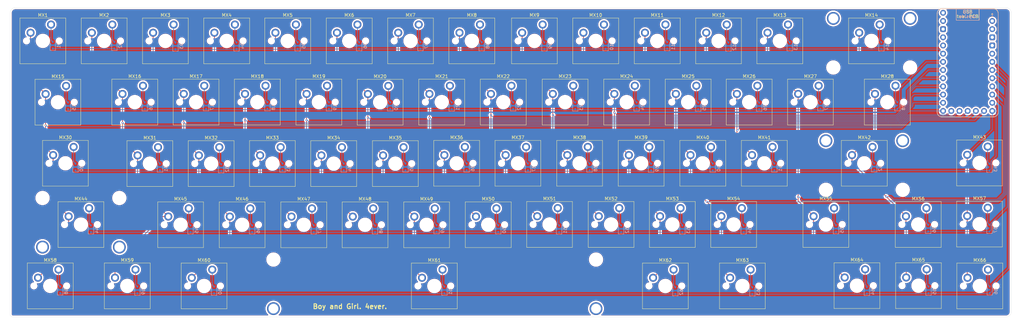
<source format=kicad_pcb>
(kicad_pcb (version 20241229) (generator "pcbnew") (generator_version "9.0")
  (layers (0 "F.Cu" signal) (2 "B.Cu" signal) (13 "F.Paste" user) (15 "B.Paste" user) (5 "F.SilkS" user "F.Silkscreen") (7 "B.SilkS" user "B.Silkscreen") (1 "F.Mask" user) (3 "B.Mask" user) (25 "Edge.Cuts" user))
  (net 0 "")
  (net 1 "Net-(D1-A)")
  (net 2 "ROW0")
  (net 3 "Net-(D2-A)")
  (net 4 "Net-(D3-A)")
  (net 5 "Net-(D4-A)")
  (net 6 "Net-(D5-A)")
  (net 7 "Net-(D6-A)")
  (net 8 "Net-(D7-A)")
  (net 9 "Net-(D8-A)")
  (net 10 "Net-(D9-A)")
  (net 11 "Net-(D10-A)")
  (net 12 "Net-(D11-A)")
  (net 13 "Net-(D12-A)")
  (net 14 "Net-(D13-A)")
  (net 15 "Net-(D14-A)")
  (net 16 "Net-(D15-A)")
  (net 17 "ROW1")
  (net 18 "Net-(D16-A)")
  (net 19 "Net-(D17-A)")
  (net 20 "Net-(D18-A)")
  (net 21 "Net-(D19-A)")
  (net 22 "Net-(D20-A)")
  (net 23 "Net-(D21-A)")
  (net 24 "Net-(D22-A)")
  (net 25 "Net-(D23-A)")
  (net 26 "Net-(D24-A)")
  (net 27 "Net-(D25-A)")
  (net 28 "Net-(D26-A)")
  (net 29 "Net-(D27-A)")
  (net 30 "Net-(D28-A)")
  (net 31 "ROW2")
  (net 32 "Net-(D30-A)")
  (net 33 "Net-(D31-A)")
  (net 34 "Net-(D32-A)")
  (net 35 "Net-(D33-A)")
  (net 36 "Net-(D34-A)")
  (net 37 "Net-(D35-A)")
  (net 38 "Net-(D36-A)")
  (net 39 "Net-(D37-A)")
  (net 40 "Net-(D38-A)")
  (net 41 "Net-(D39-A)")
  (net 42 "Net-(D40-A)")
  (net 43 "Net-(D41-A)")
  (net 44 "Net-(D42-A)")
  (net 45 "Net-(D43-A)")
  (net 46 "ROW3")
  (net 47 "Net-(D44-A)")
  (net 48 "Net-(D45-A)")
  (net 49 "Net-(D46-A)")
  (net 50 "Net-(D47-A)")
  (net 51 "Net-(D48-A)")
  (net 52 "Net-(D49-A)")
  (net 53 "Net-(D50-A)")
  (net 54 "Net-(D51-A)")
  (net 55 "Net-(D52-A)")
  (net 56 "Net-(D53-A)")
  (net 57 "Net-(D54-A)")
  (net 58 "Net-(D55-A)")
  (net 59 "Net-(D56-A)")
  (net 60 "Net-(D57-A)")
  (net 61 "ROW4")
  (net 62 "Net-(D58-A)")
  (net 63 "Net-(D59-A)")
  (net 64 "Net-(D60-A)")
  (net 65 "Net-(D61-A)")
  (net 66 "Net-(D62-A)")
  (net 67 "Net-(D63-A)")
  (net 68 "Net-(D64-A)")
  (net 69 "Net-(D65-A)")
  (net 70 "Net-(D66-A)")
  (net 79 "COL0")
  (net 80 "COL1")
  (net 81 "COL2")
  (net 82 "COL3")
  (net 83 "COL4")
  (net 84 "COL5")
  (net 85 "COL6")
  (net 86 "COL7")
  (net 87 "COL8")
  (net 88 "COL9")
  (net 89 "COL10")
  (net 90 "COL11")
  (net 91 "COL12")
  (net 92 "COL13")
  (net 93 "COL14")
  (footprint "PCM_Switch_Keyboard_Cherry_MX:SW_Cherry_MX_PCB_1.00u" (layer "F.Cu") (at 176.5 63.5)
    (property "Reference" "MX7")
    (property "Value" "MX_SW_HS")
  )
  (footprint "PCM_Switch_Keyboard_Cherry_MX:SW_Cherry_MX_PCB_1.00u" (layer "F.Cu") (at 248 101.5)
    (property "Reference" "MX39")
    (property "Value" "MX_SW_HS")
  )
  (footprint "PCM_Switch_Keyboard_Cherry_MX:SW_Cherry_MX_PCB_1.00u" (layer "F.Cu") (at 148.08 82.5)
    (property "Reference" "MX19")
    (property "Value" "MX_SW_HS")
  )
  (footprint "PCM_Switch_Keyboard_Cherry_MX:SW_Cherry_MX_PCB_1.50u" (layer "F.Cu") (at 67.17 82.54)
    (property "Reference" "MX15")
    (property "Value" "MX_SW_HS")
  )
  (footprint "PCM_Switch_Keyboard_Cherry_MX:SW_Cherry_MX_PCB_1.00u" (layer "F.Cu") (at 262.58 82.5)
    (property "Reference" "MX25")
    (property "Value" "MX_SW_HS")
  )
  (footprint "PCM_Switch_Keyboard_Cherry_MX:SW_Cherry_MX_PCB_1.00u" (layer "F.Cu") (at 243.5 82.5)
    (property "Reference" "MX24")
    (property "Value" "MX_SW_HS")
  )
  (footprint "PCM_Switch_Keyboard_Cherry_MX:SW_Cherry_MX_PCB_1.00u" (layer "F.Cu") (at 81.5 63.5)
    (property "Reference" "MX2")
    (property "Value" "MX_SW_HS")
  )
  (footprint "PCM_Switch_Keyboard_Cherry_MX:SW_Cherry_MX_PCB_1.00u" (layer "F.Cu") (at 281.5 82.5)
    (property "Reference" "MX26")
    (property "Value" "MX_SW_HS")
  )
  (footprint "PCM_Switch_Keyboard_Cherry_MX:SW_Cherry_MX_PCB_1.25u" (layer "F.Cu") (at 255.52 139.6)
    (property "Reference" "MX62")
    (property "Value" "MX_SW_HS")
  )
  (footprint "PCM_Switch_Keyboard_Cherry_MX:SW_Cherry_MX_PCB_1.00u" (layer "F.Cu") (at 171.8 101.6)
    (property "Reference" "MX35")
    (property "Value" "MX_SW_HS")
  )
  (footprint "PCM_Switch_Keyboard_Cherry_MX:SW_Cherry_MX_PCB_1.00u" (layer "F.Cu") (at 205.25 82.5)
    (property "Reference" "MX22")
    (property "Value" "MX_SW_HS")
  )
  (footprint "PCM_Switch_Keyboard_Cherry_MX:SW_Cherry_MX_PCB_1.00u" (layer "F.Cu") (at 62.5 63.5)
    (property "Reference" "MX1")
    (property "Value" "MX_SW_HS")
  )
  (footprint "PCM_Switch_Keyboard_Cherry_MX:SW_Cherry_MX_PCB_1.00u" (layer "F.Cu") (at 209.8 101.5)
    (property "Reference" "MX37")
    (property "Value" "MX_SW_HS")
  )
  (footprint "PCM_Switch_Keyboard_Cherry_MX:SW_Cherry_MX_PCB_1.00u" (layer "F.Cu") (at 100.5 63.5)
    (property "Reference" "MX3")
    (property "Value" "MX_SW_HS")
  )
  (footprint "PCM_Switch_Keyboard_Cherry_MX:SW_Cherry_MX_PCB_1.00u" (layer "F.Cu") (at 291 63.5)
    (property "Reference" "MX13")
    (property "Value" "MX_SW_HS")
  )
  (footprint "PCM_Switch_Keyboard_Cherry_MX:SW_Cherry_MX_PCB_1.00u" (layer "F.Cu") (at 352.92 120.4)
    (property "Reference" "MX57")
    (property "Value" "MX_SW_HS")
  )
  (footprint "PCM_Switch_Keyboard_Cherry_MX:SW_Cherry_MX_PCB_1.00u" (layer "F.Cu") (at 238.68 120.5)
    (property "Reference" "MX52")
    (property "Value" "MX_SW_HS")
  )
  (footprint "PCM_Switch_Keyboard_Cherry_MX:SW_Cherry_MX_PCB_1.00u" (layer "F.Cu") (at 186.17 82.5)
    (property "Reference" "MX21")
    (property "Value" "MX_SW_HS")
  )
  (footprint "PCM_Switch_Keyboard_Cherry_MX:SW_Cherry_MX_PCB_1.00u" (layer "F.Cu") (at 181.48 120.6)
    (property "Reference" "MX49")
    (property "Value" "MX_SW_HS")
  )
  (footprint "PCM_Switch_Keyboard_Cherry_MX:SW_Cherry_MX_PCB_1.00u" (layer "F.Cu") (at 162.4 120.6)
    (property "Reference" "MX48")
    (property "Value" "MX_SW_HS")
  )
  (footprint "PCM_Switch_Keyboard_Cherry_MX:SW_Cherry_MX_PCB_1.00u" (layer "F.Cu") (at 334 139.5)
    (property "Reference" "MX65")
    (property "Value" "MX_SW_HS")
  )
  (footprint "PCM_Switch_Keyboard_Cherry_MX:SW_Cherry_MX_PCB_1.00u" (layer "F.Cu") (at 119.5 63.5)
    (property "Reference" "MX4")
    (property "Value" "MX_SW_HS")
  )
  (footprint "PCM_Switch_Keyboard_Cherry_MX:SW_Cherry_MX_PCB_1.00u" (layer "F.Cu") (at 133.68 101.58)
    (property "Reference" "MX33")
    (property "Value" "MX_SW_HS")
  )
  (footprint "PCM_marbastlib-mx:STAB_MX_P_2.25u" (layer "F.Cu") (at 74.31 120.54 180)
    (property "Reference" "S2" (hide yes))
    (property "Value" "MX_stab")
  )
  (footprint "PCM_Switch_Keyboard_Cherry_MX:SW_Cherry_MX_PCB_1.00u" (layer "F.Cu") (at 257.68 120.5)
    (property "Reference" "MX53")
    (property "Value" "MX_SW_HS")
  )
  (footprint "PCM_Switch_Keyboard_Cherry_MX:SW_Cherry_MX_PCB_1.00u" (layer "F.Cu") (at 224.42 82.5)
    (property "Reference" "MX23")
    (property "Value" "MX_SW_HS")
  )
  (footprint "PCM_Switch_Keyboard_Cherry_MX:SW_Cherry_MX_PCB_1.00u" (layer "F.Cu") (at 110 82.5)
    (property "Reference" "MX17")
    (property "Value" "MX_SW_HS")
  )
  (footprint "PCM_Switch_Keyboard_Cherry_MX:SW_Cherry_MX_PCB_1.00u" (layer "F.Cu") (at 105.2 120.58)
    (property "Reference" "MX45")
    (property "Value" "MX_SW_HS")
  )
  (footprint "PCM_Switch_Keyboard_Cherry_MX:SW_Cherry_MX_PCB_1.00u" (layer "F.Cu") (at 333.92 120.5)
    (property "Reference" "MX56")
    (property "Value" "MX_SW_HS")
  )
  (footprint "PCM_Switch_Keyboard_Cherry_MX:SW_Cherry_MX_PCB_1.00u" (layer "F.Cu") (at 219.6 120.5)
    (property "Reference" "MX51")
    (property "Value" "MX_SW_HS")
  )
  (footprint "PCM_Switch_Keyboard_Cherry_MX:SW_Cherry_MX_PCB_1.00u" (layer "F.Cu") (at 138.42 63.5)
    (property "Reference" "MX5")
    (property "Value" "MX_SW_HS")
  )
  (footprint "PCM_marbastlib-mx:STAB_MX_P_6.25u" (layer "F.Cu") (at 184.00625 139.655 180)
    (property "Reference" "S1" (hide yes))
    (property "Value" "MX_stab")
  )
  (footprint "PCM_Switch_Keyboard_Cherry_MX:SW_Cherry_MX_PCB_2.25u" (layer "F.Cu") (at 317.2 101.5)
    (property "Reference" "MX42")
    (property "Value" "MX_SW_HS")
  )
  (footprint "PCM_Switch_Keyboard_Cherry_MX:SW_Cherry_MX_PCB_1.25u" (layer "F.Cu") (at 112.48 139.6)
    (property "Reference" "MX60")
    (property "Value" "MX_SW_HS")
  )
  (footprint "PCM_Switch_Keyboard_Cherry_MX:SW_Cherry_MX_PCB_1.00u" (layer "F.Cu") (at 253 63.5)
    (property "Reference" "MX11")
    (property "Value" "MX_SW_HS")
  )
  (footprint "PCM_Switch_Keyboard_Cherry_MX:SW_Cherry_MX_PCB_1.00u" (layer "F.Cu") (at 152.68 101.6)
    (property "Reference" "MX34")
    (property "Value" "MX_SW_HS")
  )
  (footprint "PCM_Switch_Keyboard_Cherry_MX:SW_Cherry_MX_PCB_1.00u" (layer "F.Cu") (at 214.92 63.5)
    (property "Reference" "MX9")
    (property "Value" "MX_SW_HS")
  )
  (footprint "PCM_Switch_Keyboard_Cherry_MX:SW_Cherry_MX_PCB_1.00u" (layer "F.Cu") (at 352.92 101.4)
    (property "Reference" "MX43")
    (property "Value" "MX_SW_HS")
  )
  (footprint "PCM_Switch_Keyboard_Cherry_MX:SW_Cherry_MX_PCB_1.50u" (layer "F.Cu") (at 324.33 82.5)
    (property "Reference" "MX28")
    (property "Value" "MX_SW_HS")
  )
  (footprint "PCM_Switch_Keyboard_Cherry_MX:SW_Cherry_MX_PCB_1.25u" (layer "F.Cu") (at 279.4 139.6)
    (property "Reference" "MX63")
    (property "Value" "MX_SW_HS")
  )
  (footprint "PCM_Switch_Keyboard_Cherry_MX:SW_Cherry_MX_PCB_1.00u" (layer "F.Cu") (at 157.5 63.5)
    (property "Reference" "MX6")
    (property "Value" "MX_SW_HS")
  )
  (footprint "PCM_Switch_Keyboard_Cherry_MX:SW_Cherry_MX_PCB_1.00u" (layer "F.Cu") (at 190.8 101.5)
    (property "Reference" "MX36")
    (property "Value" "MX_SW_HS")
  )
  (footprint "PCM_Switch_Keyboard_Cherry_MX:SW_Cherry_MX_PCB_1.00u" (layer "F.Cu") (at 167.08 82.54)
    (property "Reference" "MX20")
    (property "Value" "MX_SW_HS")
  )
  (footprint "PCM_Switch_Keyboard_Cherry_MX:SW_Cherry_MX_PCB_1.75u" (layer "F.Cu") (at 69.5 101.5)
    (property "Reference" "MX30")
    (property "Value" "MX_SW_HS")
  )
  (footprint "PCM_Switch_Keyboard_Cherry_MX:SW_Cherry_MX_PCB_2.00u" (layer "F.Cu") (at 319.42 63.5)
    (property "Reference" "MX14")
    (property "Value" "MX_SW_HS")
  )
  (footprint "PCM_marbastlib-mx:STAB_MX_P_2.25u" (layer "F.Cu") (at 317.2 101.485)
    (property "Reference" "S5" (hide yes))
    (property "Value" "MX_stab")
  )
  (footprint "PCM_Switch_Keyboard_Cherry_MX:SW_Cherry_MX_PCB_1.00u" (layer "F.Cu") (at 95.68 101.6)
    (property "Reference" "MX31")
    (property "Value" "MX_SW_HS")
  )
  (footprint "PCM_Switch_Keyboard_Cherry_MX:SW_Cherry_MX_PCB_1.25u" (layer "F.Cu") (at 88.68 139.58)
    (property "Reference" "MX59")
    (property "Value" "MX_SW_HS")
  )
  (footprint "PCM_Switch_Keyboard_Cherry_MX:SW_Cherry_MX_PCB_1.00u" (layer "F.Cu") (at 228.92 101.5)
    (property "Reference" "MX38")
    (property "Value" "MX_SW_HS")
  )
  (footprint "PCM_Switch_Keyboard_Cherry_MX:SW_Cherry_MX_PCB_1.00u" (layer "F.Cu") (at 353 139.6)
    (property "Reference" "MX66")
    (property "Value" "MX_SW_HS")
  )
  (footprint "PCM_Switch_Keyboard_Cherry_MX:SW_Cherry_MX_PCB_1.00u" (layer "F.Cu") (at 286.2 101.5)
    (property "Reference" "MX41")
    (property "Value" "MX_SW_HS")
  )
  (footprint "PCM_marbastlib-mx:STAB_MX_P_2u" (layer "F.Cu") (at 319.5 63.5)
    (property "Reference" "S3" (hide yes))
    (property "Value" "MX_stab")
  )
  (footprint "PCM_Switch_Keyboard_Cherry_MX:SW_Cherry_MX_PCB_6.25u" (layer "F.Cu") (at 183.88 139.6)
    (property "Reference" "MX61")
    (property "Value" "MX_SW_HS")
  )
  (footprint "PCM_Switch_Keyboard_Cherry_MX:SW_Cherry_MX_PCB_1.00u" (layer "F.Cu") (at 114.68 101.6)
    (property "Reference" "MX32")
    (property "Value" "MX_SW_HS")
  )
  (footprint "PCM_Switch_Keyboard_Cherry_MX:SW_Cherry_MX_PCB_1.00u" (layer "F.Cu") (at 91 82.5)
    (property "Reference" "MX16")
    (property "Value" "MX_SW_HS")
  )
  (footprint "PCM_Switch_Keyboard_Cherry_MX:SW_Cherry_MX_PCB_2.25u" (layer "F.Cu") (at 74.31 120.54)
    (property "Reference" "MX44")
    (property "Value" "MX_SW_HS")
  )
  (footprint "PCM_Switch_Keyboard_Cherry_MX:SW_Cherry_MX_PCB_1.00u" (layer "F.Cu") (at 129 82.5)
    (property "Reference" "MX18")
    (property "Value" "MX_SW_HS")
  )
  (footprint "PCM_Switch_Keyboard_Cherry_MX:SW_Cherry_MX_PCB_1.25u" (layer "F.Cu") (at 64.8 139.58)
    (property "Reference" "MX58")
    (property "Value" "MX_SW_HS")
  )
  (footprint "PCM_Switch_Keyboard_Cherry_MX:SW_Cherry_MX_PCB_1.00u" (layer "F.Cu") (at 267.12 101.5)
    (property "Reference" "MX40")
    (property "Value" "MX_SW_HS")
  )
  (footprint "PCM_Switch_Keyboard_Cherry_MX:SW_Cherry_MX_PCB_1.00u" (layer "F.Cu") (at 276.68 120.5)
    (property "Reference" "MX54")
    (property "Value" "MX_SW_HS")
  )
  (footprint "PCM_Switch_Keyboard_Cherry_MX:SW_Cherry_MX_PCB_1.00u" (layer "F.Cu") (at 124.28 120.6)
    (property "Reference" "MX46")
    (property "Value" "MX_SW_HS")
  )
  (footprint "PCM_Switch_Keyboard_Cherry_MX:SW_Cherry_MX_PCB_1.00u" (layer "F.Cu") (at 300.5 82.5)
    (property "Reference" "MX27")
    (property "Value" "MX_SW_HS")
  )
  (footprint "PCM_Switch_Keyboard_Cherry_MX:SW_Cherry_MX_PCB_1.00u" (layer "F.Cu") (at 143.4 120.6)
    (property "Reference" "MX47")
    (property "Value" "MX_SW_HS")
  )
  (footprint "PCM_Switch_Keyboard_Cherry_MX:SW_Cherry_MX_PCB_1.00u" (layer "F.Cu") (at 233.92 63.5)
    (property "Reference" "MX10")
    (property "Value" "MX_SW_HS")
  )
  (footprint "PCM_Switch_Keyboard_Cherry_MX:SW_Cherry_MX_PCB_1.00u" (layer "F.Cu") (at 195.5 63.5)
    (property "Reference" "MX8")
    (property "Value" "MX_SW_HS")
  )
  (footprint "PCM_Switch_Keyboard_Cherry_MX:SW_Cherry_MX_PCB_1.00u" (layer "F.Cu") (at 200.6 120.58)
    (property "Reference" "MX50")
    (property "Value" "MX_SW_HS")
  )
  (footprint "PCM_Switch_Keyboard_Cherry_MX:SW_Cherry_MX_PCB_1.00u" (layer "F.Cu") (at 272 63.5)
    (property "Reference" "MX12")
    (property "Value" "MX_SW_HS")
  )
  (footprint "PCM_Switch_Keyboard_Cherry_MX:SW_Cherry_MX_PCB_1.00u" (layer "F.Cu") (at 314.92 139.5)
    (property "Reference" "MX64")
    (property "Value" "MX_SW_HS")
  )
  (footprint "PCM_Switch_Keyboard_Cherry_MX:SW_Cherry_MX_PCB_2.00u" (layer "F.Cu") (at 305.28 120.5)
    (property "Reference" "MX55")
    (property "Value" "MX_SW_HS")
  )
  (footprint "Diode_SMD:D_SOD-323" (layer "B.Cu") (at 117.8 102.85 90)
    (property "Reference" "D32")
    (property "Value" "D_Small")
  )
  (footprint "Diode_SMD:D_SOD-323" (layer "B.Cu") (at 251.1 102.675 90)
    (property "Reference" "D39")
    (property "Value" "D_Small")
  )
  (footprint "Diode_SMD:D_SOD-323" (layer "B.Cu") (at 170.2 83.625 90)
    (property "Reference" "D20")
    (property "Value" "D_Small")
  )
  (footprint "Diode_SMD:D_SOD-323" (layer "B.Cu") (at 187 140.85 90)
    (property "Reference" "D61")
    (property "Value" "D_Small")
  )
  (footprint "Diode_SMD:D_SOD-323" (layer "B.Cu") (at 232 102.65 90)
    (property "Reference" "D38")
    (property "Value" "D_Small")
  )
  (footprint "Diode_SMD:D_SOD-323" (layer "B.Cu") (at 72.6 102.65 90)
    (property "Reference" "D30")
    (property "Value" "D_Small")
  )
  (footprint "Diode_SMD:D_SOD-323" (layer "B.Cu") (at 222.575 121.8775 90)
    (property "Reference" "D51")
    (property "Value" "D_Small")
  )
  (footprint "Diode_SMD:D_SOD-323" (layer "B.Cu") (at 65.575 64.825 90)
    (property "Reference" "D1")
    (property "Value" "D_Small")
  )
  (footprint "Diode_SMD:D_SOD-323" (layer "B.Cu") (at 115.6 140.85 90)
    (property "Reference" "D60")
    (property "Value" "D_Small")
  )
  (footprint "Diode_SMD:D_SOD-323" (layer "B.Cu") (at 308.41 121.77 90)
    (property "Reference" "D55")
    (property "Value" "D_Small")
  )
  (footprint "Diode_SMD:D_SOD-323" (layer "B.Cu") (at 77.4 121.85 90)
    (property "Reference" "D44")
    (property "Value" "D_Small")
  )
  (footprint "Diode_SMD:D_SOD-323" (layer "B.Cu") (at 203.7 121.82 90)
    (property "Reference" "D50")
    (property "Value" "D_Small")
  )
  (footprint "Diode_SMD:D_SOD-323" (layer "B.Cu") (at 208.325 83.625 90)
    (property "Reference" "D22")
    (property "Value" "D_Small")
  )
  (footprint "Diode_SMD:D_SOD-323" (layer "B.Cu") (at 98.8 102.65 90)
    (property "Reference" "D31")
    (property "Value" "D_Small")
  )
  (footprint "Diode_SMD:D_SOD-323" (layer "B.Cu") (at 356 102.7 90)
    (property "Reference" "D43")
    (property "Value" "D_Small")
  )
  (footprint "Diode_SMD:D_SOD-323" (layer "B.Cu") (at 189.275 83.675 90)
    (property "Reference" "D21")
    (property "Value" "D_Small")
  )
  (footprint "PCM_marbastlib-xp-promicroish:Elite-C_AH_Reversible" (layer "B.Cu") (at 349.25 71.27875 180)
    (property "Reference" "J1" (hide yes))
    (property "Value" "Conn_02x12_Top_Bottom")
  )
  (footprint "Diode_SMD:D_SOD-323" (layer "B.Cu") (at 327.45 83.6 90)
    (property "Reference" "D28")
    (property "Value" "D_Small")
  )
  (footprint "Diode_SMD:D_SOD-323" (layer "B.Cu") (at 246.6 83.65 90)
    (property "Reference" "D24")
    (property "Value" "D_Small")
  )
  (footprint "Diode_SMD:D_SOD-323" (layer "B.Cu") (at 179.575 64.95 90)
    (property "Reference" "D7")
    (property "Value" "D_Small")
  )
  (footprint "Diode_SMD:D_SOD-323" (layer "B.Cu") (at 193.9 102.625 90)
    (property "Reference" "D36")
    (property "Value" "D_Small")
  )
  (footprint "Diode_SMD:D_SOD-323" (layer "B.Cu") (at 184.59 121.7575 90)
    (property "Reference" "D49")
    (property "Value" "D_Small")
  )
  (footprint "Diode_SMD:D_SOD-323" (layer "B.Cu") (at 146.5 121.85 90)
    (property "Reference" "D47")
    (property "Value" "D_Small")
  )
  (footprint "Diode_SMD:D_SOD-323" (layer "B.Cu") (at 356 121.65 90)
    (property "Reference" "D57")
    (property "Value" "D_Small")
  )
  (footprint "Diode_SMD:D_SOD-323" (layer "B.Cu") (at 127.4 121.85 90)
    (property "Reference" "D46")
    (property "Value" "D_Small")
  )
  (footprint "Diode_SMD:D_SOD-323" (layer "B.Cu") (at 174.925 102.625 90)
    (property "Reference" "D35")
    (property "Value" "D_Small")
  )
  (footprint "Diode_SMD:D_SOD-323" (layer "B.Cu") (at 265.7 83.725 90)
    (property "Reference" "D25")
    (property "Value" "D_Small")
  )
  (footprint "Diode_SMD:D_SOD-323" (layer "B.Cu") (at 165.5 121.85 90)
    (property "Reference" "D48")
    (property "Value" "D_Small")
  )
  (footprint "Diode_SMD:D_SOD-323" (layer "B.Cu") (at 122.55 65.025 90)
    (property "Reference" "D4")
    (property "Value" "D_Small")
  )
  (footprint "Diode_SMD:D_SOD-323" (layer "B.Cu") (at 317.99 140.95 90)
    (property "Reference" "D64")
    (property "Value" "D_Small")
  )
  (footprint "Diode_SMD:D_SOD-323" (layer "B.Cu") (at 91.8 140.85 90)
    (property "Reference" "D59")
    (property "Value" "D_Small")
  )
  (footprint "Diode_SMD:D_SOD-323" (layer "B.Cu") (at 289.3 102.625 90)
    (property "Reference" "D41")
    (property "Value" "D_Small")
  )
  (footprint "Diode_SMD:D_SOD-323" (layer "B.Cu") (at 155.8 102.65 90)
    (property "Reference" "D34")
    (property "Value" "D_Small")
  )
  (footprint "Diode_SMD:D_SOD-323" (layer "B.Cu") (at 67.875 140.8 90)
    (property "Reference" "D58")
    (property "Value" "D_Small")
  )
  (footprint "Diode_SMD:D_SOD-323" (layer "B.Cu") (at 337 121.65 90)
    (property "Reference" "D56")
    (property "Value" "D_Small")
  )
  (footprint "Diode_SMD:D_SOD-323" (layer "B.Cu") (at 258.6 141.05 90)
    (property "Reference" "D62")
    (property "Value" "D_Small")
  )
  (footprint "Diode_SMD:D_SOD-323" (layer "B.Cu") (at 70.3 83.675 90)
    (property "Reference" "D15")
    (property "Value" "D_Small")
  )
  (footprint "Diode_SMD:D_SOD-323" (layer "B.Cu") (at 320.275 102.55 90)
    (property "Reference" "D42")
    (property "Value" "D_Small")
  )
  (footprint "Diode_SMD:D_SOD-323" (layer "B.Cu") (at 356.1 140.8 90)
    (property "Reference" "D66")
    (property "Value" "D_Small")
  )
  (footprint "Diode_SMD:D_SOD-323" (layer "B.Cu") (at 275.05 65.05 90)
    (property "Reference" "D12")
    (property "Value" "D_Small")
  )
  (footprint "Diode_SMD:D_SOD-323" (layer "B.Cu") (at 270.2 102.65 90)
    (property "Reference" "D40")
    (property "Value" "D_Small")
  )
  (footprint "Diode_SMD:D_SOD-323" (layer "B.Cu") (at 227.575 83.65 90)
    (property "Reference" "D23")
    (property "Value" "D_Small")
  )
  (footprint "Diode_SMD:D_SOD-323" (layer "B.Cu") (at 141.5 65 90)
    (property "Reference" "D5")
    (property "Value" "D_Small")
  )
  (footprint "Diode_SMD:D_SOD-323" (layer "B.Cu") (at 151.2 83.625 90)
    (property "Reference" "D19")
    (property "Value" "D_Small")
  )
  (footprint "Diode_SMD:D_SOD-323" (layer "B.Cu") (at 256.075 64.925 90)
    (property "Reference" "D11")
    (property "Value" "D_Small")
  )
  (footprint "Diode_SMD:D_SOD-323" (layer "B.Cu") (at 284.6 83.725 90)
    (property "Reference" "D26")
    (property "Value" "D_Small")
  )
  (footprint "Diode_SMD:D_SOD-323" (layer "B.Cu") (at 103.6 65.05 90)
    (property "Reference" "D3")
    (property "Value" "D_Small")
  )
  (footprint "Diode_SMD:D_SOD-323" (layer "B.Cu") (at 260.78 121.8675 90)
    (property "Reference" "D53")
    (property "Value" "D_Small")
  )
  (footprint "Diode_SMD:D_SOD-323" (layer "B.Cu") (at 132.125 83.6 90)
    (property "Reference" "D18")
    (property "Value" "D_Small")
  )
  (footprint "Diode_SMD:D_SOD-323" (layer "B.Cu") (at 108.3 121.85 90)
    (property "Reference" "D45")
    (property "Value" "D_Small")
  )
  (footprint "Diode_SMD:D_SOD-323" (layer "B.Cu") (at 241.8 121.85 90)
    (property "Reference" "D52")
    (property "Value" "D_Small")
  )
  (footprint "Diode_SMD:D_SOD-323" (layer "B.Cu") (at 322.5 65 90)
    (property "Reference" "D14")
    (property "Value" "D_Small")
  )
  (footprint "Diode_SMD:D_SOD-323" (layer "B.Cu") (at 212.9 102.65 90)
    (property "Reference" "D37")
    (property "Value" "D_Small")
  )
  (footprint "Diode_SMD:D_SOD-323" (layer "B.Cu") (at 294.075 64.975 90)
    (property "Reference" "D13")
    (property "Value" "D_Small")
  )
  (footprint "Diode_SMD:D_SOD-323" (layer "B.Cu") (at 84.659071 64.85 90)
    (property "Reference" "D2")
    (property "Value" "D_Small")
  )
  (footprint "Diode_SMD:D_SOD-323" (layer "B.Cu") (at 160.575 64.975 90)
    (property "Reference" "D6")
    (property "Value" "D_Small")
  )
  (footprint "Diode_SMD:D_SOD-323" (layer "B.Cu") (at 198.575 64.975 90)
    (property "Reference" "D8")
    (property "Value" "D_Small")
  )
  (footprint "Diode_SMD:D_SOD-323" (layer "B.Cu") (at 303.6 83.6 90)
    (property "Reference" "D27")
    (property "Value" "D_Small")
  )
  (footprint "Diode_SMD:D_SOD-323" (layer "B.Cu") (at 337.1 140.85 90)
    (property "Reference" "D65")
    (property "Value" "D_Small")
  )
  (footprint "Diode_SMD:D_SOD-323" (layer "B.Cu") (at 218 65 90)
    (property "Reference" "D9")
    (property "Value" "D_Small")
  )
  (footprint "Diode_SMD:D_SOD-323" (layer "B.Cu") (at 282.475 141.0975 90)
    (property "Reference" "D63")
    (property "Value" "D_Small")
  )
  (footprint "Diode_SMD:D_SOD-323" (layer "B.Cu") (at 94.1 83.625 90)
    (property "Reference" "D16")
    (property "Value" "D_Small")
  )
  (footprint "Diode_SMD:D_SOD-323" (layer "B.Cu") (at 136.8 102.65 90)
    (property "Reference" "D33")
    (property "Value" "D_Small")
  )
  (footprint "Diode_SMD:D_SOD-323" (layer "B.Cu") (at 279.8 121.85 90)
    (property "Reference" "D54")
    (property "Value" "D_Small")
  )
  (footprint "Diode_SMD:D_SOD-323" (layer "B.Cu") (at 113.125 83.6 90)
    (property "Reference" "D17")
    (property "Value" "D_Small")
  )
  (footprint "Diode_SMD:D_SOD-323" (layer "B.Cu") (at 237 64.95 90)
    (property "Reference" "D10")
    (property "Value" "D_Small")
  )
  (gr_line (start 362.74375 147.6375) (end 362.74375 54.76875) (stroke (width 0.05)) (layer "Edge.Cuts"))
  (gr_line (start 361.15625 53.18125) (end 53.975 53.18125) (stroke (width 0.05)) (layer "Edge.Cuts"))
  (gr_line (start 53.18125 149.225) (end 361.15625 149.225) (stroke (width 0.05)) (layer "Edge.Cuts"))
  (gr_line (start 52.3875 54.76875) (end 52.3875 148.43125) (stroke (width 0.05)) (layer "Edge.Cuts"))
  (gr_arc (start 53.18125 149.225) (mid 52.619984 148.992516) (end 52.3875 148.43125) (stroke (width 0.05)) (layer "Edge.Cuts"))
  (gr_arc (start 362.74375 147.6375) (mid 362.278782 148.760032) (end 361.15625 149.225) (stroke (width 0.05)) (layer "Edge.Cuts"))
  (gr_arc (start 52.3875 54.76875) (mid 52.852468 53.646218) (end 53.975 53.18125) (stroke (width 0.05)) (layer "Edge.Cuts"))
  (gr_arc (start 361.15625 53.18125) (mid 362.278782 53.646218) (end 362.74375 54.76875) (stroke (width 0.05)) (layer "Edge.Cuts"))
  (gr_text "Boy and Girl. 4ever." (at 146.05 146.84375 0) (layer "F.SilkS") (effects (font (size 1.5 1.5) (thickness 0.3) (bold yes)) (justify left bottom)))
  (segment (start 65.04 63.24) (end 65.575 63.775) (width 0.2) (layer "B.Cu") (net 1))
  (segment (start 65.04 58.42) (end 65.04 63.24) (width 0.2) (layer "B.Cu") (net 1))
  (segment (start 322.5 66.05) (end 340.21125 66.05) (width 0.2) (layer "B.Cu") (net 2))
  (segment (start 65.825 65.875) (end 65.85 65.9) (width 0.2) (layer "B.Cu") (net 2))
  (segment (start 65.575 65.875) (end 65.825 65.875) (width 0.2) (layer "B.Cu") (net 2))
  (segment (start 340.21125 66.05) (end 341.63 67.46875) (width 0.2) (layer "B.Cu") (net 2))
  (segment (start 122.55 66.075) (end 141.475 66.075) (width 0.2) (layer "B.Cu") (net 2))
  (segment (start 141.475 66.075) (end 141.5 66.05) (width 0.2) (layer "B.Cu") (net 2))
  (segment (start 84.775 65.9) (end 84.975 66.1) (width 0.2) (layer "B.Cu") (net 2))
  (segment (start 122.525 66.1) (end 122.55 66.075) (width 0.2) (layer "B.Cu") (net 2))
  (segment (start 141.5 66.05) (end 141.525 66.025) (width 0.2) (layer "B.Cu") (net 2))
  (segment (start 84.659071 65.9) (end 84.775 65.9) (width 0.2) (layer "B.Cu") (net 2))
  (segment (start 84.975 66.1) (end 103.6 66.1) (width 0.2) (layer "B.Cu") (net 2))
  (segment (start 103.6 66.1) (end 122.525 66.1) (width 0.2) (layer "B.Cu") (net 2))
  (segment (start 322.475 66.025) (end 322.5 66.05) (width 0.2) (layer "B.Cu") (net 2))
  (segment (start 141.525 66.025) (end 294.075 66.025) (width 0.2) (layer "B.Cu") (net 2))
  (segment (start 65.85 65.9) (end 84.659071 65.9) (width 0.2) (layer "B.Cu") (net 2))
  (segment (start 294.075 66.025) (end 322.475 66.025) (width 0.2) (layer "B.Cu") (net 2))
  (segment (start 84.04 63.180929) (end 84.659071 63.8) (width 0.2) (layer "B.Cu") (net 3))
  (segment (start 84.04 58.42) (end 84.04 63.180929) (width 0.2) (layer "B.Cu") (net 3))
  (segment (start 103.04 63.44) (end 103.6 64) (width 0.2) (layer "B.Cu") (net 4))
  (segment (start 103.04 58.42) (end 103.04 63.44) (width 0.2) (layer "B.Cu") (net 4))
  (segment (start 122.04 58.42) (end 122.04 63.465) (width 0.2) (layer "B.Cu") (net 5))
  (segment (start 122.04 63.465) (end 122.55 63.975) (width 0.2) (layer "B.Cu") (net 5))
  (segment (start 140.96 63.41) (end 141.5 63.95) (width 0.2) (layer "B.Cu") (net 6))
  (segment (start 140.96 58.42) (end 140.96 63.41) (width 0.2) (layer "B.Cu") (net 6))
  (segment (start 160.04 58.42) (end 160.04 63.39) (width 0.2) (layer "B.Cu") (net 7))
  (segment (start 160.04 63.39) (end 160.575 63.925) (width 0.2) (layer "B.Cu") (net 7))
  (segment (start 179.04 63.365) (end 179.575 63.9) (width 0.2) (layer "B.Cu") (net 8))
  (segment (start 179.04 58.42) (end 179.04 63.365) (width 0.2) (layer "B.Cu") (net 8))
  (segment (start 198.04 63.39) (end 198.575 63.925) (width 0.2) (layer "B.Cu") (net 9))
  (segment (start 198.04 58.42) (end 198.04 63.39) (width 0.2) (layer "B.Cu") (net 9))
  (segment (start 217.46 63.41) (end 218 63.95) (width 0.2) (layer "B.Cu") (net 10))
  (segment (start 217.46 58.42) (end 217.46 63.41) (width 0.2) (layer "B.Cu") (net 10))
  (segment (start 236.46 58.42) (end 236.46 63.36) (width 0.2) (layer "B.Cu") (net 11))
  (segment (start 236.46 63.36) (end 237 63.9) (width 0.2) (layer "B.Cu") (net 11))
  (segment (start 255.54 58.42) (end 255.54 63.34) (width 0.2) (layer "B.Cu") (net 12))
  (segment (start 255.54 63.34) (end 256.075 63.875) (width 0.2) (layer "B.Cu") (net 12))
  (segment (start 274.54 63.49) (end 275.05 64) (width 0.2) (layer "B.Cu") (net 13))
  (segment (start 274.54 58.42) (end 274.54 63.49) (width 0.2) (layer "B.Cu") (net 13))
  (segment (start 293.54 63.39) (end 294.075 63.925) (width 0.2) (layer "B.Cu") (net 14))
  (segment (start 293.54 58.42) (end 293.54 63.39) (width 0.2) (layer "B.Cu") (net 14))
  (segment (start 321.96 63.41) (end 322.5 63.95) (width 0.2) (layer "B.Cu") (net 15))
  (segment (start 321.96 58.42) (end 321.96 63.41) (width 0.2) (layer "B.Cu") (net 15))
  (segment (start 69.71 82.035) (end 70.3 82.625) (width 0.2) (layer "B.Cu") (net 16))
  (segment (start 69.71 77.46) (end 69.71 82.035) (width 0.2) (layer "B.Cu") (net 16))
  (segment (start 246.6 84.7) (end 246.751 84.851) (width 0.2) (layer "B.Cu") (net 17))
  (segment (start 132.366 84.891) (end 169.984 84.891) (width 0.2) (layer "B.Cu") (net 17))
  (segment (start 334.9625 71.520946) (end 334.9625 71.4375) (width 0.2) (layer "B.Cu") (net 17))
  (segment (start 328.184 78.299446) (end 334.9625 71.520946) (width 0.2) (layer "B.Cu") (net 17))
  (segment (start 303.6 84.65) (end 303.801 84.851) (width 0.2) (layer "B.Cu") (net 17))
  (segment (start 70.3 84.725) (end 70.426 84.851) (width 0.2) (layer "B.Cu") (net 17))
  (segment (start 265.7 84.775) (end 265.775 84.85) (width 0.2) (layer "B.Cu") (net 17))
  (segment (start 303.801 84.851) (end 327.025 84.851) (width 0.2) (layer "B.Cu") (net 17))
  (segment (start 327.45 84.65) (end 328.184 83.916) (width 0.2) (layer "B.Cu") (net 17))
  (segment (start 189.099 84.851) (end 189.275 84.675) (width 0.2) (layer "B.Cu") (net 17))
  (segment (start 284.676 84.851) (end 303.399 84.851) (width 0.2) (layer "B.Cu") (net 17))
  (segment (start 208.05 84.851) (end 227.424 84.851) (width 0.2) (layer "B.Cu") (net 17))
  (segment (start 227.575 84.7) (end 227.726 84.851) (width 0.2) (layer "B.Cu") (net 17))
  (segment (start 131.924 84.851) (end 132.125 84.65) (width 0.2) (layer "B.Cu") (net 17))
  (segment (start 208.149 84.851) (end 208.325 84.675) (width 0.2) (layer "B.Cu") (net 17))
  (segment (start 336.39125 70.00875) (end 341.63 70.00875) (width 0.2) (layer "B.Cu") (net 17))
  (segment (start 70.426 84.851) (end 131.924 84.851) (width 0.2) (layer "B.Cu") (net 17))
  (segment (start 327.025 84.851) (end 327.249 84.851) (width 0.2) (layer "B.Cu") (net 17))
  (segment (start 265.624 84.851) (end 265.7 84.775) (width 0.2) (layer "B.Cu") (net 17))
  (segment (start 227.424 84.851) (end 227.575 84.7) (width 0.2) (layer "B.Cu") (net 17))
  (segment (start 189.275 84.725) (end 189.401 84.851) (width 0.2) (layer "B.Cu") (net 17))
  (segment (start 265.775 84.85) (end 284.525 84.85) (width 0.2) (layer "B.Cu") (net 17))
  (segment (start 334.9625 71.4375) (end 336.39125 70.00875) (width 0.2) (layer "B.Cu") (net 17))
  (segment (start 189.401 84.851) (end 208.05 84.851) (width 0.2) (layer "B.Cu") (net 17))
  (segment (start 327.249 84.851) (end 327.45 84.65) (width 0.2) (layer "B.Cu") (net 17))
  (segment (start 303.399 84.851) (end 303.6 84.65) (width 0.2) (layer "B.Cu") (net 17))
  (segment (start 189.275 84.725) (end 189.149 84.851) (width 0.2) (layer "B.Cu") (net 17))
  (segment (start 189.149 84.851) (end 170.376 84.851) (width 0.2) (layer "B.Cu") (net 17))
  (segment (start 284.6 84.775) (end 284.676 84.851) (width 0.2) (layer "B.Cu") (net 17))
  (segment (start 170.376 84.851) (end 170.2 84.675) (width 0.2) (layer "B.Cu") (net 17))
  (segment (start 169.984 84.891) (end 170.2 84.675) (width 0.2) (layer "B.Cu") (net 17))
  (segment (start 246.449 84.851) (end 246.6 84.7) (width 0.2) (layer "B.Cu") (net 17))
  (segment (start 208.05 84.851) (end 208.149 84.851) (width 0.2) (layer "B.Cu") (net 17))
  (segment (start 227.726 84.851) (end 246.449 84.851) (width 0.2) (layer "B.Cu") (net 17))
  (segment (start 132.125 84.65) (end 132.366 84.891) (width 0.2) (layer "B.Cu") (net 17))
  (segment (start 246.751 84.851) (end 265.624 84.851) (width 0.2) (layer "B.Cu") (net 17))
  (segment (start 328.184 83.916) (end 328.184 78.299446) (width 0.2) (layer "B.Cu") (net 17))
  (segment (start 284.525 84.85) (end 284.6 84.775) (width 0.2) (layer "B.Cu") (net 17))
  (segment (start 93.54 82.015) (end 94.1 82.575) (width 0.2) (layer "B.Cu") (net 18))
  (segment (start 93.54 77.42) (end 93.54 82.015) (width 0.2) (layer "B.Cu") (net 18))
  (segment (start 112.54 77.42) (end 112.54 81.965) (width 0.2) (layer "B.Cu") (net 19))
  (segment (start 112.54 81.965) (end 113.125 82.55) (width 0.2) (layer "B.Cu") (net 19))
  (segment (start 131.54 77.42) (end 131.54 81.965) (width 0.2) (layer "B.Cu") (net 20))
  (segment (start 131.54 81.965) (end 132.125 82.55) (width 0.2) (layer "B.Cu") (net 20))
  (segment (start 150.62 77.42) (end 150.62 81.995) (width 0.2) (layer "B.Cu") (net 21))
  (segment (start 150.62 81.995) (end 151.2 82.575) (width 0.2) (layer "B.Cu") (net 21))
  (segment (start 169.62 77.46) (end 169.62 81.995) (width 0.2) (layer "B.Cu") (net 22))
  (segment (start 169.62 81.995) (end 170.2 82.575) (width 0.2) (layer "B.Cu") (net 22))
  (segment (start 188.71 77.42) (end 188.71 82.06) (width 0.2) (layer "B.Cu") (net 23))
  (segment (start 188.71 82.06) (end 189.275 82.625) (width 0.2) (layer "B.Cu") (net 23))
  (segment (start 207.79 81.99) (end 208.35 82.55) (width 0.2) (layer "B.Cu") (net 24))
  (segment (start 207.79 77.42) (end 207.79 81.99) (width 0.2) (layer "B.Cu") (net 24))
  (segment (start 226.96 82.21) (end 227.575 82.825) (width 0.2) (layer "B.Cu") (net 25))
  (segment (start 226.96 77.42) (end 226.96 82.21) (width 0.2) (layer "B.Cu") (net 25))
  (segment (start 246.04 82.04) (end 246.6 82.6) (width 0.2) (layer "B.Cu") (net 26))
  (segment (start 246.04 77.42) (end 246.04 82.04) (width 0.2) (layer "B.Cu") (net 26))
  (segment (start 265.12 82.095) (end 265.7 82.675) (width 0.2) (layer "B.Cu") (net 27))
  (segment (start 265.12 77.42) (end 265.12 82.095) (width 0.2) (layer "B.Cu") (net 27))
  (segment (start 284.04 77.42) (end 284.04 82.115) (width 0.2) (layer "B.Cu") (net 28))
  (segment (start 284.04 82.115) (end 284.6 82.675) (width 0.2) (layer "B.Cu") (net 28))
  (segment (start 303.04 77.42) (end 303.04 81.99) (width 0.2) (layer "B.Cu") (net 29))
  (segment (start 303.04 81.99) (end 303.6 82.55) (width 0.2) (layer "B.Cu") (net 29))
  (segment (start 326.87 77.42) (end 326.87 81.97) (width 0.2) (layer "B.Cu") (net 30))
  (segment (start 326.87 81.97) (end 327.45 82.55) (width 0.2) (layer "B.Cu") (net 30))
  (segment (start 356.526 100.809894) (end 358.071 99.264894) (width 0.2) (layer "B.Cu") (net 31))
  (segment (start 358.071 99.264894) (end 358.071 83.90975) (width 0.2) (layer "B.Cu") (net 31))
  (segment (start 358.071 83.90975) (end 356.87 82.70875) (width 0.2) (layer "B.Cu") (net 31))
  (segment (start 356 103.75) (end 320.425 103.75) (width 0.2) (layer "B.Cu") (net 31))
  (segment (start 320.425 103.75) (end 320.275 103.6) (width 0.2) (layer "B.Cu") (net 31))
  (segment (start 319.924 103.951) (end 72.851 103.951) (width 0.2) (layer "B.Cu") (net 31))
  (segment (start 72.851 103.951) (end 72.6 103.7) (width 0.2) (layer "B.Cu") (net 31))
  (segment (start 320.275 103.6) (end 319.924 103.951) (width 0.2) (layer "B.Cu") (net 31))
  (segment (start 356.526 103.224) (end 356.526 100.809894) (width 0.2) (layer "B.Cu") (net 31))
  (segment (start 356 103.75) (end 356.526 103.224) (width 0.2) (layer "B.Cu") (net 31))
  (segment (start 72.04 96.42) (end 72.04 101.04) (width 0.2) (layer "B.Cu") (net 32))
  (segment (start 72.04 101.04) (end 72.6 101.6) (width 0.2) (layer "B.Cu") (net 32))
  (segment (start 98.22 96.52) (end 98.22 101.02) (width 0.2) (layer "B.Cu") (net 33))
  (segment (start 98.22 101.02) (end 98.8 101.6) (width 0.2) (layer "B.Cu") (net 33))
  (segment (start 117.22 101.22) (end 117.8 101.8) (width 0.2) (layer "B.Cu") (net 34))
  (segment (start 117.22 96.52) (end 117.22 101.22) (width 0.2) (layer "B.Cu") (net 34))
  (segment (start 136.22 96.5) (end 136.22 101.02) (width 0.2) (layer "B.Cu") (net 35))
  (segment (start 136.22 101.02) (end 136.8 101.6) (width 0.2) (layer "B.Cu") (net 35))
  (segment (start 155.22 101.02) (end 155.8 101.6) (width 0.2) (layer "B.Cu") (net 36))
  (segment (start 155.22 96.52) (end 155.22 101.02) (width 0.2) (layer "B.Cu") (net 36))
  (segment (start 174.34 96.52) (end 174.34 100.99) (width 0.2) (layer "B.Cu") (net 37))
  (segment (start 174.34 100.99) (end 174.925 101.575) (width 0.2) (layer "B.Cu") (net 37))
  (segment (start 193.34 101.015) (end 193.9 101.575) (width 0.2) (layer "B.Cu") (net 38))
  (segment (start 193.34 96.42) (end 193.34 101.015) (width 0.2) (layer "B.Cu") (net 38))
  (segment (start 212.34 96.42) (end 212.34 101.04) (width 0.2) (layer "B.Cu") (net 39))
  (segment (start 212.34 101.04) (end 212.9 101.6) (width 0.2) (layer "B.Cu") (net 39))
  (segment (start 231.46 96.42) (end 231.46 101.06) (width 0.2) (layer "B.Cu") (net 40))
  (segment (start 231.46 101.06) (end 232 101.6) (width 0.2) (layer "B.Cu") (net 40))
  (segment (start 250.54 101.065) (end 251.1 101.625) (width 0.2) (layer "B.Cu") (net 41))
  (segment (start 250.54 96.42) (end 250.54 101.065) (width 0.2) (layer "B.Cu") (net 41))
  (segment (start 269.66 96.42) (end 269.66 101.06) (width 0.2) (layer "B.Cu") (net 42))
  (segment (start 269.66 101.06) (end 270.2 101.6) (width 0.2) (layer "B.Cu") (net 42))
  (segment (start 288.74 101.015) (end 289.3 101.575) (width 0.2) (layer "B.Cu") (net 43))
  (segment (start 288.74 96.42) (end 288.74 101.015) (width 0.2) (layer "B.Cu") (net 43))
  (segment (start 319.74 100.965) (end 320.275 101.5) (width 0.2) (layer "B.Cu") (net 44))
  (segment (start 319.74 96.42) (end 319.74 100.965) (width 0.2) (layer "B.Cu") (net 44))
  (segment (start 355.46 96.32) (end 355.46 101.11) (width 0.2) (layer "B.Cu") (net 45))
  (segment (start 355.46 101.11) (end 356 101.65) (width 0.2) (layer "B.Cu") (net 45))
  (segment (start 336.849 122.851) (end 337 122.7) (width 0.2) (layer "B.Cu") (net 46))
  (segment (start 356.87 72.54875) (end 358.29875 72.54875) (width 0.2) (layer "B.Cu") (net 46))
  (segment (start 361.549 115.117174) (end 361.549 75.799) (width 0.2) (layer "B.Cu") (net 46))
  (segment (start 77.431 122.931) (end 108.269 122.931) (width 0.2) (layer "B.Cu") (net 46))
  (segment (start 165.5 122.9) (end 165.551 122.951) (width 0.2) (layer "B.Cu") (net 46))
  (segment (start 165.551 122.951) (end 203.619 122.951) (width 0.2) (layer "B.Cu") (net 46))
  (segment (start 108.351 122.951) (end 165.449 122.951) (width 0.2) (layer "B.Cu") (net 46))
  (segment (start 337.051 122.751) (end 355.949 122.751) (width 0.2) (layer "B.Cu") (net 46))
  (segment (start 356 122.7) (end 356.526 122.174) (width 0.2) (layer "B.Cu") (net 46))
  (segment (start 308.4 122.7) (end 308.551 122.851) (width 0.2) (layer "B.Cu") (net 46))
  (segment (start 77.4 122.9) (end 77.451 122.951) (width 0.2) (layer "B.Cu") (net 46))
  (segment (start 165.449 122.951) (end 165.5 122.9) (width 0.2) (layer "B.Cu") (net 46))
  (segment (start 358.29875 72.54875) (end 361.549 75.799) (width 0.2) (layer "B.Cu") (net 46))
  (segment (start 355.949 122.751) (end 356 122.7) (width 0.2) (layer "B.Cu") (net 46))
  (segment (start 279.8 122.9) (end 308.33 122.9) (width 0.2) (layer "B.Cu") (net 46))
  (segment (start 241.749 122.951) (end 241.8 122.9) (width 0.2) (layer "B.Cu") (net 46))
  (segment (start 260.7625 122.9) (end 260.78 122.9175) (width 0.2) (layer "B.Cu") (net 46))
  (segment (start 356.526 120.140174) (end 361.549 115.117174) (width 0.2) (layer "B.Cu") (net 46))
  (segment (start 356.526 122.174) (end 356.526 120.140174) (width 0.2) (layer "B.Cu") (net 46))
  (segment (start 77.4 122.9) (end 77.431 122.931) (width 0.2) (layer "B.Cu") (net 46))
  (segment (start 337 122.7) (end 337.051 122.751) (width 0.2) (layer "B.Cu") (net 46))
  (segment (start 203.619 122.951) (end 203.7 122.87) (width 0.2) (layer "B.Cu") (net 46))
  (segment (start 108.3 122.9) (end 108.351 122.951) (width 0.2) (layer "B.Cu") (net 46))
  (segment (start 279.7825 122.9175) (end 279.8 122.9) (width 0.2) (layer "B.Cu") (net 46))
  (segment (start 308.33 122.9) (end 308.41 122.82) (width 0.2) (layer "B.Cu") (net 46))
  (segment (start 165.551 122.951) (end 241.749 122.951) (width 0.2) (layer "B.Cu") (net 46))
  (segment (start 108.269 122.931) (end 108.3 122.9) (width 0.2) (layer "B.Cu") (net 46))
  (segment (start 260.78 122.9175) (end 279.7825 122.9175) (width 0.2) (layer "B.Cu") (net 46))
  (segment (start 308.551 122.851) (end 336.849 122.851) (width 0.2) (layer "B.Cu") (net 46))
  (segment (start 241.8 122.9) (end 260.7625 122.9) (width 0.2) (layer "B.Cu") (net 46))
  (segment (start 308.149 122.951) (end 308.4 122.7) (width 0.2) (layer "B.Cu") (net 46))
  (segment (start 76.85 120.25) (end 77.4 120.8) (width 0.2) (layer "B.Cu") (net 47))
  (segment (start 76.85 115.46) (end 76.85 120.25) (width 0.2) (layer "B.Cu") (net 47))
  (segment (start 107.74 115.5) (end 107.74 120.24) (width 0.2) (layer "B.Cu") (net 48))
  (segment (start 107.74 120.24) (end 108.3 120.8) (width 0.2) (layer "B.Cu") (net 48))
  (segment (start 126.82 115.52) (end 126.82 120.22) (width 0.2) (layer "B.Cu") (net 49))
  (segment (start 126.82 120.22) (end 127.4 120.8) (width 0.2) (layer "B.Cu") (net 49))
  (segment (start 145.94 120.24) (end 146.5 120.8) (width 0.2) (layer "B.Cu") (net 50))
  (segment (start 145.94 115.52) (end 145.94 120.24) (width 0.2) (layer "B.Cu") (net 50))
  (segment (start 164.94 115.52) (end 164.94 120.24) (width 0.2) (layer "B.Cu") (net 51))
  (segment (start 164.94 120.24) (end 165.5 120.8) (width 0.2) (layer "B.Cu") (net 51))
  (segment (start 184.02 115.52) (end 184.02 120.1375) (width 0.2) (layer "B.Cu") (net 52))
  (segment (start 184.02 120.1375) (end 184.59 120.7075) (width 0.2) (layer "B.Cu") (net 52))
  (segment (start 203.14 120.21) (end 203.7 120.77) (width 0.2) (layer "B.Cu") (net 53))
  (segment (start 203.14 115.5) (end 203.14 120.21) (width 0.2) (layer "B.Cu") (net 53))
  (segment (start 222.14 115.42) (end 222.14 120.3925) (width 0.2) (layer "B.Cu") (net 54))
  (segment (start 222.14 120.3925) (end 222.575 120.8275) (width 0.2) (layer "B.Cu") (net 54))
  (segment (start 241.22 120.22) (end 241.8 120.8) (width 0.2) (layer "B.Cu") (net 55))
  (segment (start 241.22 115.42) (end 241.22 120.22) (width 0.2) (layer "B.Cu") (net 55))
  (segment (start 260.22 115.42) (end 260.22 120.02) (width 0.2) (layer "B.Cu") (net 56))
  (segment (start 260.22 120.02) (end 260.8 120.6) (width 0.2) (layer "B.Cu") (net 56))
  (segment (start 279.22 120.22) (end 279.8 120.8) (width 0.2) (layer "B.Cu") (net 57))
  (segment (start 279.22 115.42) (end 279.22 120.22) (width 0.2) (layer "B.Cu") (net 57))
  (segment (start 307.82 115.42) (end 307.82 120.02) (width 0.2) (layer "B.Cu") (net 58))
  (segment (start 307.82 120.02) (end 308.4 120.6) (width 0.2) (layer "B.Cu") (net 58))
  (segment (start 336.46 115.42) (end 336.46 120.06) (width 0.2) (layer "B.Cu") (net 59))
  (segment (start 336.46 120.06) (end 337 120.6) (width 0.2) (layer "B.Cu") (net 59))
  (segment (start 355.46 115.32) (end 355.46 120.06) (width 0.2) (layer "B.Cu") (net 60))
  (segment (start 355.46 120.06) (end 356 120.6) (width 0.2) (layer "B.Cu") (net 60))
  (segment (start 337 142) (end 337.1 141.9) (width 0.2) (layer "B.Cu") (net 61))
  (segment (start 317.99 142) (end 337 142) (width 0.2) (layer "B.Cu") (net 61))
  (segment (start 91.769 141.931) (end 91.8 141.9) (width 0.2) (layer "B.Cu") (net 61))
  (segment (start 186.949 141.951) (end 187 141.9) (width 0.2) (layer "B.Cu") (net 61))
  (segment (start 337.151 141.951) (end 355.999 141.951) (width 0.2) (layer "B.Cu") (net 61))
  (segment (start 258.6475 142.1475) (end 258.6 142.1) (width 0.2) (layer "B.Cu") (net 61))
  (segment (start 356.87 70.00875) (end 361.95 75.08875) (width 0.2) (layer "B.Cu") (net 61))
  (segment (start 356.854 141.096) (end 356.854 139.092174) (width 0.2) (layer "B.Cu") (net 61))
  (segment (start 356.1 141.85) (end 356.854 141.096) (width 0.2) (layer "B.Cu") (net 61))
  (segment (start 282.475 142.1475) (end 317.8425 142.1475) (width 0.2) (layer "B.Cu") (net 61))
  (segment (start 337.1 141.9) (end 337.151 141.951) (width 0.2) (layer "B.Cu") (net 61))
  (segment (start 67.875 141.85) (end 67.956 141.931) (width 0.2) (layer "B.Cu") (net 61))
  (segment (start 317.8425 142.1475) (end 317.99 142) (width 0.2) (layer "B.Cu") (net 61))
  (segment (start 91.851 141.951) (end 115.549 141.951) (width 0.2) (layer "B.Cu") (net 61))
  (segment (start 115.651 141.951) (end 186.949 141.951) (width 0.2) (layer "B.Cu") (net 61))
  (segment (start 115.6 141.9) (end 115.651 141.951) (width 0.2) (layer "B.Cu") (net 61))
  (segment (start 356.854 139.092174) (end 361.95 133.996174) (width 0.2) (layer "B.Cu") (net 61))
  (segment (start 187 141.9) (end 187.2 142.1) (width 0.2) (layer "B.Cu") (net 61))
  (segment (start 115.549 141.951) (end 115.6 141.9) (width 0.2) (layer "B.Cu") (net 61))
  (segment (start 355.999 141.951) (end 356.1 141.85) (width 0.2) (layer "B.Cu") (net 61))
  (segment (start 282.475 142.1475) (end 258.6475 142.1475) (width 0.2) (layer "B.Cu") (net 61))
  (segment (start 187.2 142.1) (end 258.6 142.1) (width 0.2) (layer "B.Cu") (net 61))
  (segment (start 91.8 141.9) (end 91.851 141.951) (width 0.2) (layer "B.Cu") (net 61))
  (segment (start 361.95 133.996174) (end 361.95 75.08875) (width 0.2) (layer "B.Cu") (net 61))
  (segment (start 67.956 141.931) (end 91.769 141.931) (width 0.2) (layer "B.Cu") (net 61))
  (segment (start 67.34 139.215) (end 67.875 139.75) (width 0.2) (layer "B.Cu") (net 62))
  (segment (start 67.34 134.5) (end 67.34 139.215) (width 0.2) (layer "B.Cu") (net 62))
  (segment (start 91.22 134.5) (end 91.22 139.22) (width 0.2) (layer "B.Cu") (net 63))
  (segment (start 91.22 139.22) (end 91.8 139.8) (width 0.2) (layer "B.Cu") (net 63))
  (segment (start 115.02 139.22) (end 115.6 139.8) (width 0.2) (layer "B.Cu") (net 64))
  (segment (start 115.02 134.52) (end 115.02 139.22) (width 0.2) (layer "B.Cu") (net 64))
  (segment (start 186.42 134.52) (end 186.42 139.22) (width 0.2) (layer "B.Cu") (net 65))
  (segment (start 186.42 139.22) (end 187 139.8) (width 0.2) (layer "B.Cu") (net 65))
  (segment (start 258.06 139.46) (end 258.6 140) (width 0.2) (layer "B.Cu") (net 66))
  (segment (start 258.06 134.52) (end 258.06 139.46) (width 0.2) (layer "B.Cu") (net 66))
  (segment (start 281.94 139.5125) (end 282.475 140.0475) (width 0.2) (layer "B.Cu") (net 67))
  (segment (start 281.94 134.52) (end 281.94 139.5125) (width 0.2) (layer "B.Cu") (net 67))
  (segment (start 317.46 134.42) (end 317.46 139.01) (width 0.2) (layer "B.Cu") (net 68))
  (segment (start 317.46 139.01) (end 318 139.55) (width 0.2) (layer "B.Cu") (net 68))
  (segment (start 336.54 134.42) (end 336.54 139.24) (width 0.2) (layer "B.Cu") (net 69))
  (segment (start 336.54 139.24) (end 337.1 139.8) (width 0.2) (layer "B.Cu") (net 69))
  (segment (start 355.54 134.52) (end 355.54 139.19) (width 0.2) (layer "B.Cu") (net 70))
  (segment (start 355.54 139.19) (end 356.1 139.75) (width 0.2) (layer "B.Cu") (net 70))
  (segment (start 58.69 75.33) (end 63.36 80) (width 0.2) (layer "F.Cu") (net 79))
  (segment (start 63.36 80) (end 63.36 88.9) (width 0.2) (layer "F.Cu") (net 79))
  (segment (start 70.5 127.53) (end 60.99 137.04) (width 0.2) (layer "F.Cu") (net 79))
  (segment (start 70.5 118) (end 70.5 127.53) (width 0.2) (layer "F.Cu") (net 79))
  (segment (start 63.36 88.9) (end 63.36 89.69375) (width 0.2) (layer "F.Cu") (net 79))
  (segment (start 65.69 113.19) (end 70.5 118) (width 0.2) (layer "F.Cu") (net 79))
  (segment (start 58.69 60.96) (end 58.69 75.33) (width 0.2) (layer "F.Cu") (net 79))
  (segment (start 65.69 98.96) (end 65.69 113.19) (width 0.2) (layer "F.Cu") (net 79))
  (segment (start 63.36 89.69375) (end 63.36 96.63) (width 0.2) (layer "F.Cu") (net 79))
  (segment (start 63.36 96.63) (end 65.69 98.96) (width 0.2) (layer "F.Cu") (net 79))
  (via (at 63.36 89.69375) (size 0.6) (drill 0.3) (layers "F.Cu" "B.Cu") (net 79))
  (segment (start 325.4375 90.12775) (end 63.934 90.12775) (width 0.2) (layer "B.Cu") (net 79))
  (segment (start 63.934 90.12775) (end 63.5 89.69375) (width 0.2) (layer "B.Cu") (net 79))
  (segment (start 327.81875 90.12775) (end 325.4375 90.12775) (width 0.2) (layer "B.Cu") (net 79))
  (segment (start 331.034226 87.7135) (end 330.023863 88.723863) (width 0.2) (layer "B.Cu") (net 79))
  (segment (start 330.023863 88.723863) (end 328.954426 89.7933) (width 0.2) (layer "B.Cu") (net 79))
  (segment (start 328.619976 90.12775) (end 327.81875 90.12775) (width 0.2) (layer "B.Cu") (net 79))
  (segment (start 328.954426 89.7933) (end 328.661226 90.0865) (width 0.2) (layer "B.Cu") (net 79))
  (segment (start 349.32525 87.7135) (end 331.034226 87.7135) (width 0.2) (layer "B.Cu") (net 79))
  (segment (start 328.661226 90.0865) (end 328.619976 90.12775) (width 0.2) (layer "B.Cu") (net 79))
  (segment (start 351.79 85.24875) (end 349.32525 87.7135) (width 0.2) (layer "B.Cu") (net 79))
  (segment (start 99.622234 118.04) (end 84.87 132.792234) (width 0.2) (layer "F.Cu") (net 80))
  (segment (start 87.19 79.96) (end 87.19 88.10625) (width 0.2) (layer "F.Cu") (net 80))
  (segment (start 77.69 60.96) (end 77.69 70.46) (width 0.2) (layer "F.Cu") (net 80))
  (segment (start 91.87 99.06) (end 91.87 108.52) (width 0.2) (layer "F.Cu") (net 80))
  (segment (start 91.87 108.52) (end 101.39 118.04) (width 0.2) (layer "F.Cu") (net 80))
  (segment (start 87.19 88.9) (end 87.19 94.38) (width 0.2) (layer "F.Cu") (net 80))
  (segment (start 84.87 132.792234) (end 84.87 137.04) (width 0.2) (layer "F.Cu") (net 80))
  (segment (start 77.69 70.46) (end 87.19 79.96) (width 0.2) (layer "F.Cu") (net 80))
  (segment (start 101.39 118.04) (end 99.622234 118.04) (width 0.2) (layer "F.Cu") (net 80))
  (segment (start 87.19 94.38) (end 91.87 99.06) (width 0.2) (layer "F.Cu") (net 80))
  (segment (start 87.19 88.10625) (end 87.19 88.9) (width 0.2) (layer "F.Cu") (net 80))
  (via (at 87.19 88.9) (size 0.6) (drill 0.3) (layers "F.Cu" "B.Cu") (net 80))
  (segment (start 330.534063 87.646563) (end 329.482526 88.6981) (width 0.2) (layer "B.Cu") (net 80))
  (segment (start 349.25 85.24875) (end 347.18625 87.3125) (width 0.2) (layer "B.Cu") (net 80))
  (segment (start 328.453876 89.72675) (end 325.4375 89.72675) (width 0.2) (layer "B.Cu") (net 80))
  (segment (start 325.4375 89.72675) (end 88.13925 89.72675) (width 0.2) (layer "B.Cu") (net 80))
  (segment (start 88.10625 89.69375) (end 87.3125 88.9) (width 0.2) (layer "B.Cu") (net 80))
  (segment (start 329.482526 88.6981) (end 328.453876 89.72675) (width 0.2) (layer "B.Cu") (net 80))
  (segment (start 88.13925 89.72675) (end 88.10625 89.69375) (width 0.2) (layer "B.Cu") (net 80))
  (segment (start 330.868126 87.3125) (end 330.534063 87.646563) (width 0.2) (layer "B.Cu") (net 80))
  (segment (start 347.18625 87.3125) (end 330.868126 87.3125) (width 0.2) (layer "B.Cu") (net 80))
  (segment (start 96.69 60.96) (end 96.69 70.46) (width 0.2) (layer "F.Cu") (net 81))
  (segment (start 120.47 125.26) (end 108.67 137.06) (width 0.2) (layer "F.Cu") (net 81))
  (segment (start 120.47 118.06) (end 120.47 125.26) (width 0.2) (layer "F.Cu") (net 81))
  (segment (start 106.19 88.9) (end 106.19 94.38) (width 0.2) (layer "F.Cu") (net 81))
  (segment (start 110.87 108.46) (end 120.47 118.06) (width 0.2) (layer "F.Cu") (net 81))
  (segment (start 106.19 94.38) (end 110.87 99.06) (width 0.2) (layer "F.Cu") (net 81))
  (segment (start 106.19 88.10625) (end 106.19 88.9) (width 0.2) (layer "F.Cu") (net 81))
  (segment (start 110.87 99.06) (end 110.87 108.46) (width 0.2) (layer "F.Cu") (net 81))
  (segment (start 106.19 79.96) (end 106.19 88.10625) (width 0.2) (layer "F.Cu") (net 81))
  (segment (start 96.69 70.46) (end 106.19 79.96) (width 0.2) (layer "F.Cu") (net 81))
  (via (at 106.19 88.9) (size 0.6) (drill 0.3) (layers "F.Cu" "B.Cu") (net 81))
  (segment (start 327.81875 89.32575) (end 325.0695 89.32575) (width 0.2) (layer "B.Cu") (net 81))
  (segment (start 325.0695 89.32575) (end 106.78825 89.32575) (width 0.2) (layer "B.Cu") (net 81))
  (segment (start 329.853638 87.759888) (end 328.287776 89.32575) (width 0.2) (layer "B.Cu") (net 81))
  (segment (start 106.78825 89.32575) (end 106.3625 88.9) (width 0.2) (layer "B.Cu") (net 81))
  (segment (start 328.287776 89.32575) (end 327.81875 89.32575) (width 0.2) (layer "B.Cu") (net 81))
  (segment (start 345.108 86.85075) (end 330.762776 86.85075) (width 0.2) (layer "B.Cu") (net 81))
  (segment (start 345.108 86.85075) (end 346.71 85.24875) (width 0.2) (layer "B.Cu") (net 81))
  (segment (start 330.762776 86.85075) (end 329.853638 87.759888) (width 0.2) (layer "B.Cu") (net 81))
  (segment (start 115.69 60.96) (end 115.69 70.46) (width 0.2) (layer "F.Cu") (net 82))
  (segment (start 115.69 70.46) (end 125.19 79.96) (width 0.2) (layer "F.Cu") (net 82))
  (segment (start 125.19 79.96) (end 125.19 88.10625) (width 0.2) (layer "F.Cu") (net 82))
  (segment (start 129.87 108.34) (end 139.59 118.06) (width 0.2) (layer "F.Cu") (net 82))
  (segment (start 125.19 94.36) (end 129.87 99.04) (width 0.2) (layer "F.Cu") (net 82))
  (segment (start 125.19 88.10625) (end 125.19 94.36) (width 0.2) (layer "F.Cu") (net 82))
  (segment (start 129.87 99.04) (end 129.87 108.34) (width 0.2) (layer "F.Cu") (net 82))
  (via (at 125.19 88.10625) (size 0.6) (drill 0.3) (layers "F.Cu" "B.Cu") (net 82))
  (segment (start 324.64375 88.92475) (end 126.231 88.92475) (width 0.2) (layer "B.Cu") (net 82))
  (segment (start 328.121676 88.92475) (end 327.04975 88.92475) (width 0.2) (layer "B.Cu") (net 82))
  (segment (start 342.969 86.44975) (end 330.596676 86.44975) (width 0.2) (layer "B.Cu") (net 82))
  (segment (start 330.596676 86.44975) (end 329.570088 87.476338) (width 0.2) (layer "B.Cu") (net 82))
  (segment (start 329.570088 87.476338) (end 328.121676 88.92475) (width 0.2) (layer "B.Cu") (net 82))
  (segment (start 126.231 88.92475) (end 125.4125 88.10625) (width 0.2) (layer "B.Cu") (net 82))
  (segment (start 327.04975 88.92475) (end 324.64375 88.92475) (width 0.2) (layer "B.Cu") (net 82))
  (segment (start 344.17 85.24875) (end 342.969 86.44975) (width 0.2) (layer "B.Cu") (net 82))
  (segment (start 134.61 60.96) (end 134.61 70.3) (width 0.2) (layer "F.Cu") (net 83))
  (segment (start 148.87 99.06) (end 148.87 108.34) (width 0.2) (layer "F.Cu") (net 83))
  (segment (start 144.27 88.10625) (end 144.27 94.46) (width 0.2) (layer "F.Cu") (net 83))
  (segment (start 148.87 108.34) (end 158.59 118.06) (width 0.2) (layer "F.Cu") (net 83))
  (segment (start 144.27 94.46) (end 148.87 99.06) (width 0.2) (layer "F.Cu") (net 83))
  (segment (start 134.61 70.3) (end 144.27 79.96) (width 0.2) (layer "F.Cu") (net 83))
  (segment (start 144.27 79.96) (end 144.27 88.10625) (width 0.2) (layer "F.Cu") (net 83))
  (via (at 144.27 88.10625) (size 0.6) (drill 0.3) (layers "F.Cu" "B.Cu") (net 83))
  (segment (start 324.64375 88.52375) (end 144.88 88.52375) (width 0.2) (layer "B.Cu") (net 83))
  (segment (start 341.63 85.24875) (end 331.230576 85.24875) (width 0.2) (layer "B.Cu") (net 83))
  (segment (start 327.955576 88.52375) (end 327.025 88.52375) (width 0.2) (layer "B.Cu") (net 83))
  (segment (start 330.080288 86.399038) (end 327.955576 88.52375) (width 0.2) (layer "B.Cu") (net 83))
  (segment (start 144.88 88.52375) (end 144.4625 88.10625) (width 0.2) (layer "B.Cu") (net 83))
  (segment (start 331.230576 85.24875) (end 330.080288 86.399038) (width 0.2) (layer "B.Cu") (net 83))
  (segment (start 327.025 88.52375) (end 324.64375 88.52375) (width 0.2) (layer "B.Cu") (net 83))
  (segment (start 177.67 118.06) (end 177.67 134.66) (width 0.2) (layer "F.Cu") (net 84))
  (segment (start 167.99 108.38) (end 177.67 118.06) (width 0.2) (layer "F.Cu") (net 84))
  (segment (start 163.27 94.34) (end 167.99 99.06) (width 0.2) (layer "F.Cu") (net 84))
  (segment (start 167.99 99.06) (end 167.99 108.38) (width 0.2) (layer "F.Cu") (net 84))
  (segment (start 163.27 80) (end 163.27 87.3125) (width 0.2) (layer "F.Cu") (net 84))
  (segment (start 177.67 134.66) (end 180.07 137.06) (width 0.2) (layer "F.Cu") (net 84))
  (segment (start 163.27 87.3125) (end 163.27 94.34) (width 0.2) (layer "F.Cu") (net 84))
  (segment (start 153.69 70.42) (end 163.27 80) (width 0.2) (layer "F.Cu") (net 84))
  (segment (start 153.69 60.96) (end 153.69 70.42) (width 0.2) (layer "F.Cu") (net 84))
  (via (at 163.27 87.3125) (size 0.6) (drill 0.3) (layers "F.Cu" "B.Cu") (net 84))
  (segment (start 332.4225 82.70875) (end 332.24 82.89125) (width 0.2) (layer "B.Cu") (net 84))
  (segment (start 333.375 82.70875) (end 332.4225 82.70875) (width 0.2) (layer "B.Cu") (net 84))
  (segment (start 323.85 88.12275) (end 164.32275 88.12275) (width 0.2) (layer "B.Cu") (net 84))
  (segment (start 332.24 83.672226) (end 328.583226 87.329) (width 0.2) (layer "B.Cu") (net 84))
  (segment (start 328.583226 87.329) (end 327.789476 88.12275) (width 0.2) (layer "B.Cu") (net 84))
  (segment (start 332.24 83.34375) (end 332.24 83.672226) (width 0.2) (layer "B.Cu") (net 84))
  (segment (start 164.32275 88.12275) (end 163.5125 87.3125) (width 0.2) (layer "B.Cu") (net 84))
  (segment (start 341.63 82.70875) (end 333.375 82.70875) (width 0.2) (layer "B.Cu") (net 84))
  (segment (start 327.789476 88.12275) (end 327.478775 88.12275) (width 0.2) (layer "B.Cu") (net 84))
  (segment (start 327.478775 88.12275) (end 323.85 88.12275) (width 0.2) (layer "B.Cu") (net 84))
  (segment (start 332.24 82.89125) (end 332.24 83.34375) (width 0.2) (layer "B.Cu") (net 84))
  (segment (start 182.36 87.3125) (end 182.36 79.96) (width 0.2) (layer "F.Cu") (net 85))
  (segment (start 172.69 60.96) (end 172.69 70.29) (width 0.2) (layer "F.Cu") (net 85))
  (segment (start 186.99 98.96) (end 186.99 108.24) (width 0.2) (layer "F.Cu") (net 85))
  (segment (start 182.36 94.33) (end 182.36 87.3125) (width 0.2) (layer "F.Cu") (net 85))
  (segment (start 186.99 98.96) (end 182.36 94.33) (width 0.2) (layer "F.Cu") (net 85))
  (segment (start 186.99 108.24) (end 196.79 118.04) (width 0.2) (layer "F.Cu") (net 85))
  (segment (start 172.69 70.29) (end 182.36 79.96) (width 0.2) (layer "F.Cu") (net 85))
  (via (at 182.36 87.3125) (size 0.6) (drill 0.3) (layers "F.Cu" "B.Cu") (net 85))
  (segment (start 331.839 80.9625) (end 331.839 83.506126) (width 0.2) (layer "B.Cu") (net 85))
  (segment (start 331.839 83.506126) (end 331.497563 83.847563) (width 0.2) (layer "B.Cu") (net 85))
  (segment (start 182.97175 87.72175) (end 182.5625 87.3125) (width 0.2) (layer "B.Cu") (net 85))
  (segment (start 331.497563 83.847563) (end 328.417126 86.928) (width 0.2) (layer "B.Cu") (net 85))
  (segment (start 328.417126 86.928) (end 327.623376 87.72175) (width 0.2) (layer "B.Cu") (net 85))
  (segment (start 327.312675 87.72175) (end 323.85 87.72175) (width 0.2) (layer "B.Cu") (net 85))
  (segment (start 332.63275 80.16875) (end 331.839 80.9625) (width 0.2) (layer "B.Cu") (net 85))
  (segment (start 341.63 80.16875) (end 332.63275 80.16875) (width 0.2) (layer "B.Cu") (net 85))
  (segment (start 327.623376 87.72175) (end 327.312675 87.72175) (width 0.2) (layer "B.Cu") (net 85))
  (segment (start 323.85 87.72175) (end 182.97175 87.72175) (width 0.2) (layer "B.Cu") (net 85))
  (segment (start 191.69 60.96) (end 191.69 70.21) (width 0.2) (layer "F.Cu") (net 86))
  (segment (start 201.44 94.41) (end 205.99 98.96) (width 0.2) (layer "F.Cu") (net 86))
  (segment (start 205.99 98.96) (end 205.99 108.16) (width 0.2) (layer "F.Cu") (net 86))
  (segment (start 201.44 86.51875) (end 201.44 94.41) (width 0.2) (layer "F.Cu") (net 86))
  (segment (start 205.99 108.16) (end 215.79 117.96) (width 0.2) (layer "F.Cu") (net 86))
  (segment (start 201.44 79.96) (end 201.44 86.51875) (width 0.2) (layer "F.Cu") (net 86))
  (segment (start 191.69 70.21) (end 201.44 79.96) (width 0.2) (layer "F.Cu") (net 86))
  (via (at 201.44 86.51875) (size 0.6) (drill 0.3) (layers "F.Cu" "B.Cu") (net 86))
  (segment (start 333.08045 77.62875) (end 341.63 77.62875) (width 0.2) (layer "B.Cu") (net 86))
  (segment (start 201.44 86.51875) (end 202.23375 87.3125) (width 0.2) (layer "B.Cu") (net 86))
  (segment (start 331.438 79.2712) (end 333.08045 77.62875) (width 0.2) (layer "B.Cu") (net 86))
  (segment (start 331.438 83.340026) (end 331.438 79.2712) (width 0.2) (layer "B.Cu") (net 86))
  (segment (start 207.177 87.32075) (end 327.457276 87.32075) (width 0.2) (layer "B.Cu") (net 86))
  (segment (start 202.23375 87.3125) (end 207.16875 87.3125) (width 0.2) (layer "B.Cu") (net 86))
  (segment (start 201.44 86.51875) (end 201.6125 86.51875) (width 0.2) (layer "B.Cu") (net 86))
  (segment (start 207.16875 87.3125) (end 207.177 87.32075) (width 0.2) (layer "B.Cu") (net 86))
  (segment (start 327.457276 87.32075) (end 331.438 83.340026) (width 0.2) (layer "B.Cu") (net 86))
  (segment (start 225.11 98.96) (end 225.11 108.2) (width 0.2) (layer "F.Cu") (net 87))
  (segment (start 211.11 60.96) (end 211.11 70.46) (width 0.2) (layer "F.Cu") (net 87))
  (segment (start 225.11 108.2) (end 234.87 117.96) (width 0.2) (layer "F.Cu") (net 87))
  (segment (start 211.11 70.46) (end 220.61 79.96) (width 0.2) (layer "F.Cu") (net 87))
  (segment (start 220.61 79.96) (end 220.61 94.46) (width 0.2) (layer "F.Cu") (net 87))
  (segment (start 220.61 94.46) (end 225.11 98.96) (width 0.2) (layer "F.Cu") (net 87))
  (via (at 220.6625 86.51875) (size 0.6) (drill 0.3) (layers "F.Cu" "B.Cu") (net 87))
  (segment (start 327.358588 86.852338) (end 327.291176 86.91975) (width 0.2) (layer "B.Cu") (net 87))
  (segment (start 331.037 79.1051) (end 331.037 82.55) (width 0.2) (layer "B.Cu") (net 87))
  (segment (start 341.63 75.08875) (end 335.05335 75.08875) (width 0.2) (layer "B.Cu") (net 87))
  (segment (start 331.037 82.55) (end 331.037 83.173926) (width 0.2) (layer "B.Cu") (net 87))
  (segment (start 331.2773 78.8648) (end 331.037 79.1051) (width 0.2) (layer "B.Cu") (net 87))
  (segment (start 327.291176 86.91975) (end 323.85 86.91975) (width 0.2) (layer "B.Cu") (net 87))
  (segment (start 331.037 83.173926) (end 328.084926 86.126) (width 0.2) (layer "B.Cu") (net 87))
  (segment (start 335.05335 75.08875) (end 331.2773 78.8648) (width 0.2) (layer "B.Cu") (net 87))
  (segment (start 323.85 86.91975) (end 221.0635 86.91975) (width 0.2) (layer "B.Cu") (net 87))
  (segment (start 221.0635 86.91975) (end 220.6625 86.51875) (width 0.2) (layer "B.Cu") (net 87))
  (segment (start 328.084926 86.126) (end 327.358588 86.852338) (width 0.2) (layer "B.Cu") (net 87))
  (segment (start 239.69 94.46) (end 244.19 98.96) (width 0.2) (layer "F.Cu") (net 88))
  (segment (start 239.69 85.725) (end 239.69 94.46) (width 0.2) (layer "F.Cu") (net 88))
  (segment (start 253.87 134.9) (end 251.71 137.06) (width 0.2) (layer "F.Cu") (net 88))
  (segment (start 230.11 60.96) (end 230.11 70.38) (width 0.2) (layer "F.Cu") (net 88))
  (segment (start 239.69 79.96) (end 239.69 85.725) (width 0.2) (layer "F.Cu") (net 88))
  (segment (start 253.87 117.96) (end 253.87 134.9) (width 0.2) (layer "F.Cu") (net 88))
  (segment (start 230.11 70.38) (end 239.69 79.96) (width 0.2) (layer "F.Cu") (net 88))
  (segment (start 244.19 108.28) (end 253.87 117.96) (width 0.2) (layer "F.Cu") (net 88))
  (segment (start 244.19 98.96) (end 244.19 108.28) (width 0.2) (layer "F.Cu") (net 88))
  (via (at 239.69 85.725) (size 0.6) (drill 0.3) (layers "F.Cu" "B.Cu") (net 88))
  (segment (start 239.7125 85.725) (end 239.69 85.725) (width 0.2) (layer "B.Cu") (net 88))
  (segment (start 330.636 78.939) (end 330.636 83.007826) (width 0.2) (layer "B.Cu") (net 88))
  (segment (start 327.125076 86.51875) (end 240.50625 86.51875) (width 0.2) (layer "B.Cu") (net 88))
  (segment (start 337.02625 72.54875) (end 330.636 78.939) (width 0.2) (layer "B.Cu") (net 88))
  (segment (start 341.63 72.54875) (end 337.02625 72.54875) (width 0.2) (layer "B.Cu") (net 88))
  (segment (start 330.636 83.007826) (end 327.125076 86.51875) (width 0.2) (layer "B.Cu") (net 88))
  (segment (start 240.50625 86.51875) (end 239.7125 85.725) (width 0.2) (layer "B.Cu") (net 88))
  (segment (start 272.87 117.96) (end 272.87 134.34) (width 0.2) (layer "F.Cu") (net 89))
  (segment (start 258.77 94.42) (end 263.31 98.96) (width 0.2) (layer "F.Cu") (net 89))
  (segment (start 258.77 91.28125) (end 258.77 94.42) (width 0.2) (layer "F.Cu") (net 89))
  (segment (start 249.19 70.38) (end 258.77 79.96) (width 0.2) (layer "F.Cu") (net 89))
  (segment (start 263.31 98.96) (end 263.31 108.4) (width 0.2) (layer "F.Cu") (net 89))
  (segment (start 249.19 60.96) (end 249.19 70.38) (width 0.2) (layer "F.Cu") (net 89))
  (segment (start 263.31 108.4) (end 268.351875 113.441875) (width 0.2) (layer "F.Cu") (net 89))
  (segment (start 272.87 134.34) (end 275.59 137.06) (width 0.2) (layer "F.Cu") (net 89))
  (segment (start 258.77 79.96) (end 258.77 91.28125) (width 0.2) (layer "F.Cu") (net 89))
  (segment (start 268.351875 113.441875) (end 272.87 117.96) (width 0.2) (layer "F.Cu") (net 89))
  (via (at 268.351875 113.441875) (size 0.6) (drill 0.3) (layers "F.Cu" "B.Cu") (net 89))
  (segment (start 358.76675 113.5145) (end 269.0895 113.5145) (width 0.2) (layer "B.Cu") (net 89))
  (segment (start 358.44925 75.08875) (end 361.148 77.7875) (width 0.2) (layer "B.Cu") (net 89))
  (segment (start 356.87 75.08875) (end 358.44925 75.08875) (width 0.2) (layer "B.Cu") (net 89))
  (segment (start 269.08125 113.50625) (end 268.2875 113.50625) (width 0.2) (layer "B.Cu") (net 89))
  (segment (start 269.0895 113.5145) (end 269.08125 113.50625) (width 0.2) (layer "B.Cu") (net 89))
  (segment (start 361.148 111.13325) (end 358.76675 113.5145) (width 0.2) (layer "B.Cu") (net 89))
  (segment (start 361.148 77.7875) (end 361.148 111.13325) (width 0.2) (layer "B.Cu") (net 89))
  (segment (start 268.19 60.96) (end 268.19 70.46) (width 0.2) (layer "F.Cu") (net 90))
  (segment (start 277.69 79.96) (end 277.69 91.28125) (width 0.2) (layer "F.Cu") (net 90))
  (segment (start 277.69 94.26) (end 282.39 98.96) (width 0.2) (layer "F.Cu") (net 90))
  (segment (start 268.19 70.46) (end 277.69 79.96) (width 0.2) (layer "F.Cu") (net 90))
  (segment (start 277.69 91.28125) (end 277.69 94.26) (width 0.2) (layer "F.Cu") (net 90))
  (via (at 277.8125 91.28125) (size 0.6) (drill 0.3) (layers "F.Cu" "B.Cu") (net 90))
  (segment (start 325.4375 90.52875) (end 297.615 90.52875) (width 0.2) (layer "B.Cu") (net 90))
  (segment (start 328.786076 90.52875) (end 325.4375 90.52875) (width 0.2) (layer "B.Cu") (net 90))
  (segment (start 331.101163 88.213663) (end 328.827326 90.4875) (width 0.2) (layer "B.Cu") (net 90))
  (segment (start 278.565 90.52875) (end 277.8125 91.28125) (width 0.2) (layer "B.Cu") (net 90))
  (segment (start 351.46425 88.1145) (end 332.58125 88.1145) (width 0.2) (layer "B.Cu") (net 90))
  (segment (start 297.615 90.52875) (end 278.60625 90.52875) (width 0.2) (layer "B.Cu") (net 90))
  (segment (start 278.60625 90.52875) (end 278.565 90.52875) (width 0.2) (layer "B.Cu") (net 90))
  (segment (start 331.200326 88.1145) (end 331.101163 88.213663) (width 0.2) (layer "B.Cu") (net 90))
  (segment (start 332.58125 88.1145) (end 331.200326 88.1145) (width 0.2) (layer "B.Cu") (net 90))
  (segment (start 328.827326 90.4875) (end 328.786076 90.52875) (width 0.2) (layer "B.Cu") (net 90))
  (segment (start 354.33 85.24875) (end 351.46425 88.1145) (width 0.2) (layer "B.Cu") (net 90))
  (segment (start 296.69 111.91875) (end 296.69 113.18) (width 0.2) (layer "F.Cu") (net 91))
  (segment (start 296.69 113.18) (end 301.47 117.96) (width 0.2) (layer "F.Cu") (net 91))
  (segment (start 296.69 91.28125) (end 296.69 111.91875) (width 0.2) (layer "F.Cu") (net 91))
  (segment (start 287.19 60.96) (end 287.19 70.46) (width 0.2) (layer "F.Cu") (net 91))
  (segment (start 296.69 79.96) (end 296.69 90.4875) (width 0.2) (layer "F.Cu") (net 91))
  (segment (start 301.47 117.96) (end 301.47 127.32) (width 0.2) (layer "F.Cu") (net 91))
  (segment (start 296.69 90.4875) (end 296.69 91.28125) (width 0.2) (layer "F.Cu") (net 91))
  (segment (start 287.19 70.46) (end 296.69 79.96) (width 0.2) (layer "F.Cu") (net 91))
  (segment (start 301.47 127.32) (end 311.11 136.96) (width 0.2) (layer "F.Cu") (net 91))
  (via (at 296.69 111.91875) (size 0.6) (drill 0.3) (layers "F.Cu" "B.Cu") (net 91))
  (segment (start 360.747 110.7405) (end 360.747 110.96715) (width 0.2) (layer "B.Cu") (net 91))
  (segment (start 356.87 77.62875) (end 360.747 81.50575) (width 0.2) (layer "B.Cu") (net 91))
  (segment (start 360.747 84.1375) (end 360.747 110.7405) (width 0.2) (layer "B.Cu") (net 91))
  (segment (start 359.2852 112.42895) (end 358.60065 113.1135) (width 0.2) (layer "B.Cu") (net 91))
  (segment (start 358.60065 113.1135) (end 357.98125 113.1135) (width 0.2) (layer "B.Cu") (net 91))
  (segment (start 360.747 81.50575) (end 360.747 84.1375) (width 0.2) (layer "B.Cu") (net 91))
  (segment (start 360.747 110.96715) (end 359.40265 112.3115) (width 0.2) (layer "B.Cu") (net 91))
  (segment (start 357.98125 113.1135) (end 356.39375 113.1135) (width 0.2) (layer "B.Cu") (net 91))
  (segment (start 356.39375 113.1135) (end 298.05725 113.1135) (width 0.2) (layer "B.Cu") (net 91))
  (segment (start 359.40265 112.3115) (end 359.2852 112.42895) (width 0.2) (layer "B.Cu") (net 91))
  (segment (start 298.05725 113.1135) (end 296.8625 111.91875) (width 0.2) (layer "B.Cu") (net 91))
  (segment (start 320.52 89.69375) (end 320.52 91.83) (width 0.2) (layer "F.Cu") (net 92))
  (segment (start 313.39 101.24) (end 323.959375 111.809375) (width 0.2) (layer "F.Cu") (net 92))
  (segment (start 323.959375 111.809375) (end 330.11 117.96) (width 0.2) (layer "F.Cu") (net 92))
  (segment (start 315.61 75.05) (end 315.61 60.96) (width 0.2) (layer "F.Cu") (net 92))
  (segment (start 320.52 91.83) (end 313.39 98.96) (width 0.2) (layer "F.Cu") (net 92))
  (segment (start 320.52 79.96) (end 315.61 75.05) (width 0.2) (layer "F.Cu") (net 92))
  (segment (start 330.11 117.96) (end 330.11 121.53375) (width 0.2) (layer "F.Cu") (net 92))
  (segment (start 313.39 98.96) (end 313.39 101.24) (width 0.2) (layer "F.Cu") (net 92))
  (segment (start 330.19 121.61375) (end 330.19 136.96) (width 0.2) (layer "F.Cu") (net 92))
  (segment (start 320.52 89.69375) (end 320.52 79.96) (width 0.2) (layer "F.Cu") (net 92))
  (segment (start 313.39 98.96) (end 313.346 99.004) (width 0.2) (layer "F.Cu") (net 92))
  (segment (start 330.11 121.53375) (end 330.19 121.61375) (width 0.2) (layer "F.Cu") (net 92))
  (via (at 323.959375 111.809375) (size 0.6) (drill 0.3) (layers "F.Cu" "B.Cu") (net 92))
  (segment (start 360.192275 110.954775) (end 359.398525 111.748525) (width 0.2) (layer "B.Cu") (net 92))
  (segment (start 326.23125 112.7125) (end 325.4375 111.91875) (width 0.2) (layer "B.Cu") (net 92))
  (segment (start 356.87 80.16875) (end 360.346 83.64475) (width 0.2) (layer "B.Cu") (net 92))
  (segment (start 358.43455 112.7125) (end 326.23125 112.7125) (width 0.2) (layer "B.Cu") (net 92))
  (segment (start 360.346 99.21875) (end 360.346 110.80105) (width 0.2) (layer "B.Cu") (net 92))
  (segment (start 325.4375 111.91875) (end 324.64375 111.91875) (width 0.2) (layer "B.Cu") (net 92))
  (segment (start 324.06875 111.91875) (end 323.959375 111.809375) (width 0.2) (layer "B.Cu") (net 92))
  (segment (start 324.64375 111.91875) (end 324.06875 111.91875) (width 0.2) (layer "B.Cu") (net 92))
  (segment (start 360.346 110.80105) (end 360.192275 110.954775) (width 0.2) (layer "B.Cu") (net 92))
  (segment (start 360.346 88.10625) (end 360.346 99.21875) (width 0.2) (layer "B.Cu") (net 92))
  (segment (start 359.398525 111.748525) (end 358.43455 112.7125) (width 0.2) (layer "B.Cu") (net 92))
  (segment (start 360.346 83.64475) (end 360.346 88.10625) (width 0.2) (layer "B.Cu") (net 92))
  (segment (start 349.11 98.86) (end 349.11 117.86) (width 0.2) (layer "F.Cu") (net 93))
  (segment (start 349.19 98.78) (end 349.11 98.86) (width 0.2) (layer "F.Cu") (net 93))
  (segment (start 349.11 117.86) (end 349.11 136.98) (width 0.2) (layer "F.Cu") (net 93))
  (segment (start 349.11 136.98) (end 349.19 137.06) (width 0.2) (layer "F.Cu") (net 93))
  (segment (start 356.87 91.1) (end 349.11 98.86) (width 0.2) (layer "B.Cu") (net 93))
  (segment (start 356.87 85.24875) (end 356.87 91.1) (width 0.2) (layer "B.Cu") (net 93))
  (zone (net 0) (net_name "") (layers "F.Cu" "B.Cu") (connect_pads (clearance 0.5)) (min_thickness 0.25) (fill yes (thermal_gap 0.5) (thermal_bridge_width 0.5) (island_removal_mode 1) (island_area_min 10))
    (polygon (pts (xy 49.2125 50.8) (xy 365.91875 51.59375) (xy 366.7125 151.60625) (xy 50.00625 152.4)))
  )
)
</source>
